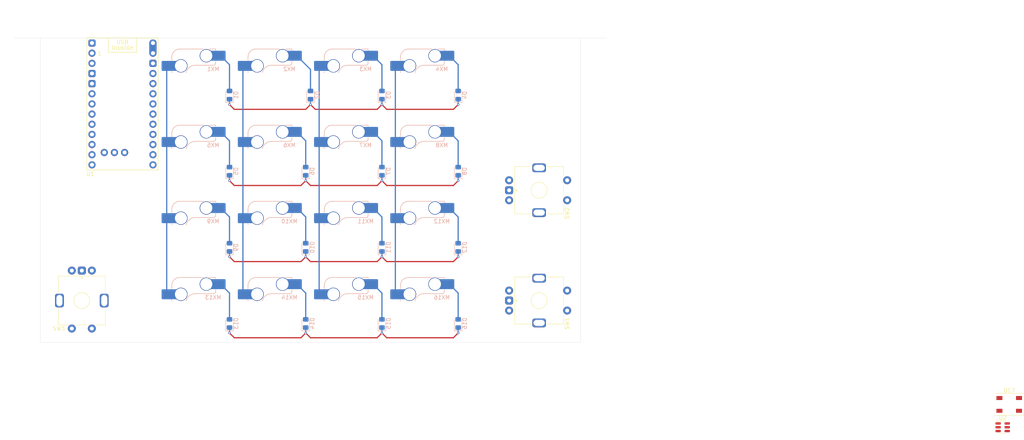
<source format=kicad_pcb>
(kicad_pcb (version 20240108) (generator "pcbnew") (generator_version "8.0")
  (layers (0 "F.Cu" signal) (31 "B.Cu" signal) (34 "B.Paste" user) (35 "F.Paste" user) (36 "B.SilkS" user "B.Silkscreen") (37 "F.SilkS" user "F.Silkscreen") (38 "B.Mask" user) (39 "F.Mask" user) (44 "Edge.Cuts" user))
  (net 0 "")
  (net 5 "Column0")
  (net 6 "Net-(D1-A)")
  (net 7 "Net-(D2-A)")
  (net 8 "Column1")
  (net 9 "Column2")
  (net 10 "Net-(D3-A)")
  (net 11 "Column3")
  (net 12 "Net-(D4-A)")
  (net 13 "Net-(D5-A)")
  (net 14 "Net-(D6-A)")
  (net 15 "Net-(D7-A)")
  (net 16 "Net-(D8-A)")
  (net 17 "Net-(D9-A)")
  (net 18 "Net-(D10-A)")
  (net 19 "Net-(D11-A)")
  (net 20 "Net-(D12-A)")
  (net 21 "Net-(D13-A)")
  (net 22 "Net-(D14-A)")
  (net 23 "Net-(D15-A)")
  (net 24 "Net-(D16-A)")
  (net 26 "GND")
  (net 29 "+3V3")
  (net 61 "Row0")
  (net 62 "Row1")
  (net 63 "Row2")
  (net 64 "Row3")
  (footprint "LED_SMD:LED_SK6812_PLCC4_5.0x5.0mm_P3.2mm" (layer "F.Cu") (at 305.604551 135.74375)
    (property "Reference" "D17" (at 0 -3.5 0) (layer "F.SilkS"))
    (property "Value" "SK6812")
    (pad "1" smd rect (at 2.45 1.6) (size 1.5 1) (layers "F.Cu" "F.Paste" "F.Mask"))
    (pad "2" smd rect (at 2.45 -1.6) (size 1.5 1) (layers "F.Cu" "F.Paste" "F.Mask"))
    (pad "3" smd rect (at -2.45 -1.6) (size 1.5 1) (layers "F.Cu" "F.Paste" "F.Mask"))
    (pad "4" smd rect (at -2.45 1.6) (size 1.5 1) (layers "F.Cu" "F.Paste" "F.Mask"))
  )
  (footprint "PCM_marbastlib-various:ROT_Alps_EC11E-Switch" (layer "F.Cu") (at 188.11875 82.153125 -90)
    (property "Reference" "SW2" (at 5.75 -7 90) (layer "F.SilkS"))
    (property "Value" "RotaryEncoder_Switch")
    (pad "A" thru_hole circle (at -2.5 7.5) (size 2 2) (drill 1) (layers "*.Cu" "B.Mask"))
    (pad "B" thru_hole circle (at 2.5 7.5) (size 2 2) (drill 1) (layers "*.Cu" "B.Mask"))
    (pad "C" thru_hole roundrect (at 0 7.5) (size 2 2) (drill 1) (layers "*.Cu" "B.Mask"))
    (pad "MP" thru_hole roundrect (at -5.6 0) (size 3.4 2.2) (drill oval 2.8 1.5) (layers "*.Cu" "B.Mask"))
    (pad "MP" thru_hole roundrect (at 5.6 0) (size 3.4 2.2) (drill oval 2.8 1.5) (layers "*.Cu" "B.Mask"))
    (pad "S1" thru_hole circle (at 2.5 -7) (size 2 2) (drill 1) (layers "*.Cu" "B.Mask"))
    (pad "S2" thru_hole circle (at -2.5 -7) (size 2 2) (drill 1) (layers "*.Cu" "B.Mask"))
  )
  (footprint "Package_TO_SOT_SMD:SOT-23-6" (layer "F.Cu") (at 303.969551 141.45375)
    (property "Reference" "U2" (at 0 -2.4 0) (layer "F.SilkS"))
    (property "Value" "TXS0101DBV")
    (pad "1" smd roundrect (at -1.1375 -0.95) (size 1.325 0.6) (layers "F.Cu" "F.Paste" "F.Mask"))
    (pad "2" smd roundrect (at -1.1375 0) (size 1.325 0.6) (layers "F.Cu" "F.Paste" "F.Mask") (net 26 "GND"))
    (pad "3" smd roundrect (at -1.1375 0.95) (size 1.325 0.6) (layers "F.Cu" "F.Paste" "F.Mask"))
    (pad "4" smd roundrect (at 1.1375 0.95) (size 1.325 0.6) (layers "F.Cu" "F.Paste" "F.Mask"))
    (pad "5" smd roundrect (at 1.1375 0) (size 1.325 0.6) (layers "F.Cu" "F.Paste" "F.Mask"))
    (pad "6" smd roundrect (at 1.1375 -0.95) (size 1.325 0.6) (layers "F.Cu" "F.Paste" "F.Mask"))
  )
  (footprint "PCM_marbastlib-xp-promicroish:SuperMini_nRF52840_AH_USBup" (layer "F.Cu") (at 83.97875 61.833125)
    (property "Reference" "U1" (at -9.14 16.24 0) (layer "F.SilkS") (effects (justify left)))
    (property "Value" "SuperMini nRF52840")
    (fp_text user "USB" (at 0 -16.2 0) (layer "F.SilkS") (effects (justify bottom)))
    (fp_text user "1" (at -5.715 -13.2825 0) (layer "F.SilkS") (effects (justify bottom)))
    (fp_text user "topside" (at 0 -14.8 0) (layer "F.SilkS") (effects (justify bottom)))
    (pad "1" thru_hole circle (at -7.62 -13.97) (size 1.8 1.8) (drill 1) (layers "*.Cu" "B.Mask"))
    (pad "2" thru_hole circle (at -7.62 -11.43) (size 1.8 1.8) (drill 1) (layers "*.Cu" "B.Mask"))
    (pad "3" thru_hole roundrect (at -7.62 -8.89) (size 1.8 1.8) (drill 1) (layers "*.Cu" "B.Mask") (net 26 "GND"))
    (pad "4" thru_hole roundrect (at -7.62 -6.35) (size 1.8 1.8) (drill 1) (layers "*.Cu" "B.Mask") (net 26 "GND"))
    (pad "5" thru_hole circle (at -7.62 -3.81) (size 1.8 1.8) (drill 1) (layers "*.Cu" "B.Mask"))
    (pad "6" thru_hole circle (at -7.62 -1.27) (size 1.8 1.8) (drill 1) (layers "*.Cu" "B.Mask"))
    (pad "7" thru_hole circle (at -7.62 1.27) (size 1.8 1.8) (drill 1) (layers "*.Cu" "B.Mask"))
    (pad "8" thru_hole circle (at -7.62 3.81) (size 1.8 1.8) (drill 1) (layers "*.Cu" "B.Mask"))
    (pad "9" thru_hole circle (at -7.62 6.35) (size 1.8 1.8) (drill 1) (layers "*.Cu" "B.Mask"))
    (pad "10" thru_hole circle (at -7.62 8.89) (size 1.8 1.8) (drill 1) (layers "*.Cu" "B.Mask"))
    (pad "11" thru_hole circle (at -7.62 11.43) (size 1.8 1.8) (drill 1) (layers "*.Cu" "B.Mask"))
    (pad "12" thru_hole circle (at -7.62 13.97) (size 1.8 1.8) (drill 1) (layers "*.Cu" "B.Mask"))
    (pad "13" thru_hole oval (at 7.62 -13.97) (size 1.8 4.34) (drill 1 (offset 0 -1.27)) (layers "*.Cu" "B.Mask"))
    (pad "14" thru_hole roundrect (at 7.62 -11.43) (size 1.8 1.8) (drill 1) (layers "*.Cu" "B.Mask") (net 26 "GND"))
    (pad "15" thru_hole circle (at 7.62 -8.89) (size 1.8 1.8) (drill 1) (layers "*.Cu" "B.Mask"))
    (pad "16" thru_hole circle (at 7.62 -6.35) (size 1.8 1.8) (drill 1) (layers "*.Cu" "B.Mask") (net 29 "+3V3"))
    (pad "17" thru_hole circle (at 7.62 -3.81) (size 1.8 1.8) (drill 1) (layers "*.Cu" "B.Mask"))
    (pad "18" thru_hole circle (at 7.62 -1.27) (size 1.8 1.8) (drill 1) (layers "*.Cu" "B.Mask"))
    (pad "19" thru_hole circle (at 7.62 1.27) (size 1.8 1.8) (drill 1) (layers "*.Cu" "B.Mask"))
    (pad "20" thru_hole circle (at 7.62 3.81) (size 1.8 1.8) (drill 1) (layers "*.Cu" "B.Mask"))
    (pad "21" thru_hole circle (at 7.62 6.35) (size 1.8 1.8) (drill 1) (layers "*.Cu" "B.Mask"))
    (pad "22" thru_hole circle (at 7.62 8.89) (size 1.8 1.8) (drill 1) (layers "*.Cu" "B.Mask"))
    (pad "23" thru_hole circle (at 7.62 11.43) (size 1.8 1.8) (drill 1) (layers "*.Cu" "B.Mask"))
    (pad "24" thru_hole circle (at 7.62 13.97) (size 1.8 1.8) (drill 1) (layers "*.Cu" "B.Mask"))
    (pad "25" thru_hole circle (at -4.5466 10.87628) (size 1.8 1.8) (drill 1) (layers "*.Cu" "B.Mask"))
    (pad "26" thru_hole circle (at -2.0066 10.87628) (size 1.8 1.8) (drill 1) (layers "*.Cu" "B.Mask"))
    (pad "27" thru_hole circle (at 0.5334 10.87628) (size 1.8 1.8) (drill 1) (layers "*.Cu" "B.Mask"))
    (pad "28" thru_hole roundrect (at -7.62 -16.51) (size 1.8 1.8) (drill 1) (layers "*.Cu" "B.Mask") (net 26 "GND"))
    (pad "29" thru_hole circle (at 7.62 -16.51) (size 1.8 1.8) (drill 1) (layers "*.Cu" "B.Mask"))
  )
  (footprint "PCM_marbastlib-various:ROT_Alps_EC11E-Switch" (layer "F.Cu") (at 73.81875 109.753125 180)
    (property "Reference" "SW3" (at 5.75 -7 360) (layer "F.SilkS"))
    (property "Value" "RotaryEncoder_Switch")
    (pad "A" thru_hole circle (at -2.5 7.5 270) (size 2 2) (drill 1) (layers "*.Cu" "B.Mask"))
    (pad "B" thru_hole circle (at 2.5 7.5 270) (size 2 2) (drill 1) (layers "*.Cu" "B.Mask"))
    (pad "C" thru_hole roundrect (at 0 7.5 270) (size 2 2) (drill 1) (layers "*.Cu" "B.Mask"))
    (pad "MP" thru_hole roundrect (at -5.6 0 270) (size 3.4 2.2) (drill oval 2.8 1.5) (layers "*.Cu" "B.Mask"))
    (pad "MP" thru_hole roundrect (at 5.6 0 270) (size 3.4 2.2) (drill oval 2.8 1.5) (layers "*.Cu" "B.Mask"))
    (pad "S1" thru_hole circle (at 2.5 -7 270) (size 2 2) (drill 1) (layers "*.Cu" "B.Mask"))
    (pad "S2" thru_hole circle (at -2.5 -7 270) (size 2 2) (drill 1) (layers "*.Cu" "B.Mask"))
  )
  (footprint "PCM_marbastlib-various:ROT_Alps_EC11E-Switch" (layer "F.Cu") (at 188.11875 109.753125 -90)
    (property "Reference" "SW1" (at 5.75 -7 90) (layer "F.SilkS"))
    (property "Value" "RotaryEncoder_Switch")
    (pad "A" thru_hole circle (at -2.5 7.5) (size 2 2) (drill 1) (layers "*.Cu" "B.Mask"))
    (pad "B" thru_hole circle (at 2.5 7.5) (size 2 2) (drill 1) (layers "*.Cu" "B.Mask"))
    (pad "C" thru_hole roundrect (at 0 7.5) (size 2 2) (drill 1) (layers "*.Cu" "B.Mask"))
    (pad "MP" thru_hole roundrect (at -5.6 0) (size 3.4 2.2) (drill oval 2.8 1.5) (layers "*.Cu" "B.Mask"))
    (pad "MP" thru_hole roundrect (at 5.6 0) (size 3.4 2.2) (drill oval 2.8 1.5) (layers "*.Cu" "B.Mask"))
    (pad "S1" thru_hole circle (at 2.5 -7) (size 2 2) (drill 1) (layers "*.Cu" "B.Mask"))
    (pad "S2" thru_hole circle (at -2.5 -7) (size 2 2) (drill 1) (layers "*.Cu" "B.Mask"))
  )
  (footprint "PCM_marbastlib-mx:SW_MX_HS_CPG151101S11_1u" (layer "B.Cu") (at 140.49375 110.728125 180)
    (property "Reference" "MX15" (at -4.25 1.75 0) (layer "B.SilkS") (effects (justify mirror)))
    (property "Value" "MX_SW_HS")
    (pad "" np_thru_hole circle (at -5.08 0 180) (size 1.75 1.75) (drill 1.75) (layers "*.Cu" "*.Mask"))
    (pad "" np_thru_hole circle (at 0 0 180) (size 3.9878 3.9878) (drill 3.9878) (layers "*.Cu" "*.Mask"))
    (pad "" np_thru_hole circle (at 5.08 0 180) (size 1.75 1.75) (drill 1.75) (layers "*.Cu" "*.Mask"))
    (pad "1" thru_hole circle (at 3.81 2.54 180) (size 3.3 3.3) (drill 3) (layers "*.Cu" "*.Mask") (net 9 "Column2"))
    (pad "1" smd rect (at 5.635 2.54) (size 1.65 2.5) (layers "B.Cu") (net 9 "Column2"))
    (pad "1" smd roundrect (at 7.36 2.54 180) (size 2.55 2.5) (layers "B.Cu" "B.Paste" "B.Mask") (roundrect_rratio 0.1) (net 9 "Column2"))
    (pad "2" smd roundrect (at -6.09 5.08 180) (size 2.55 2.5) (layers "B.Cu" "B.Paste" "B.Mask") (roundrect_rratio 0.1) (net 23 "Net-(D15-A)"))
    (pad "2" smd rect (at -4.34 5.08 180) (size 1.65 2.5) (layers "B.Cu") (net 23 "Net-(D15-A)"))
    (pad "2" thru_hole circle (at -2.54 5.08 180) (size 3.3 3.3) (drill 3) (layers "*.Cu" "*.Mask") (net 23 "Net-(D15-A)"))
  )
  (footprint "PCM_marbastlib-mx:SW_MX_HS_CPG151101S11_1u" (layer "B.Cu") (at 159.54375 91.678125 180)
    (property "Reference" "MX12" (at -4.25 1.75 0) (layer "B.SilkS") (effects (justify mirror)))
    (property "Value" "MX_SW_HS")
    (pad "" np_thru_hole circle (at -5.08 0 180) (size 1.75 1.75) (drill 1.75) (layers "*.Cu" "*.Mask"))
    (pad "" np_thru_hole circle (at 0 0 180) (size 3.9878 3.9878) (drill 3.9878) (layers "*.Cu" "*.Mask"))
    (pad "" np_thru_hole circle (at 5.08 0 180) (size 1.75 1.75) (drill 1.75) (layers "*.Cu" "*.Mask"))
    (pad "1" thru_hole circle (at 3.81 2.54 180) (size 3.3 3.3) (drill 3) (layers "*.Cu" "*.Mask") (net 11 "Column3"))
    (pad "1" smd rect (at 5.635 2.54) (size 1.65 2.5) (layers "B.Cu") (net 11 "Column3"))
    (pad "1" smd roundrect (at 7.36 2.54 180) (size 2.55 2.5) (layers "B.Cu" "B.Paste" "B.Mask") (roundrect_rratio 0.1) (net 11 "Column3"))
    (pad "2" smd roundrect (at -6.09 5.08 180) (size 2.55 2.5) (layers "B.Cu" "B.Paste" "B.Mask") (roundrect_rratio 0.1) (net 20 "Net-(D12-A)"))
    (pad "2" smd rect (at -4.34 5.08 180) (size 1.65 2.5) (layers "B.Cu") (net 20 "Net-(D12-A)"))
    (pad "2" thru_hole circle (at -2.54 5.08 180) (size 3.3 3.3) (drill 3) (layers "*.Cu" "*.Mask") (net 20 "Net-(D12-A)"))
  )
  (footprint "Diode_SMD:D_0805_2012Metric_Pad1.15x1.40mm_HandSolder" (layer "B.Cu") (at 129.778125 115.490625 90)
    (property "Reference" "D14" (at 0 1.65 90) (layer "B.SilkS") (effects (justify mirror)))
    (property "Value" "D_Small")
    (pad "1" smd roundrect (at -1.025 0 90) (size 1.15 1.4) (layers "B.Cu" "B.Paste" "B.Mask") (roundrect_rratio 0.217391) (net 64 "Row3"))
    (pad "2" smd roundrect (at 1.025 0 90) (size 1.15 1.4) (layers "B.Cu" "B.Paste" "B.Mask") (roundrect_rratio 0.217391) (net 22 "Net-(D14-A)"))
  )
  (footprint "PCM_marbastlib-mx:SW_MX_HS_CPG151101S11_1u" (layer "B.Cu") (at 121.44375 72.628125 180)
    (property "Reference" "MX6" (at -4.25 1.75 0) (layer "B.SilkS") (effects (justify mirror)))
    (property "Value" "MX_SW_HS")
    (pad "" np_thru_hole circle (at -5.08 0 180) (size 1.75 1.75) (drill 1.75) (layers "*.Cu" "*.Mask"))
    (pad "" np_thru_hole circle (at 0 0 180) (size 3.9878 3.9878) (drill 3.9878) (layers "*.Cu" "*.Mask"))
    (pad "" np_thru_hole circle (at 5.08 0 180) (size 1.75 1.75) (drill 1.75) (layers "*.Cu" "*.Mask"))
    (pad "1" thru_hole circle (at 3.81 2.54 180) (size 3.3 3.3) (drill 3) (layers "*.Cu" "*.Mask") (net 8 "Column1"))
    (pad "1" smd rect (at 5.635 2.54) (size 1.65 2.5) (layers "B.Cu") (net 8 "Column1"))
    (pad "1" smd roundrect (at 7.36 2.54 180) (size 2.55 2.5) (layers "B.Cu" "B.Paste" "B.Mask") (roundrect_rratio 0.1) (net 8 "Column1"))
    (pad "2" smd roundrect (at -6.09 5.08 180) (size 2.55 2.5) (layers "B.Cu" "B.Paste" "B.Mask") (roundrect_rratio 0.1) (net 14 "Net-(D6-A)"))
    (pad "2" smd rect (at -4.34 5.08 180) (size 1.65 2.5) (layers "B.Cu") (net 14 "Net-(D6-A)"))
    (pad "2" thru_hole circle (at -2.54 5.08 180) (size 3.3 3.3) (drill 3) (layers "*.Cu" "*.Mask") (net 14 "Net-(D6-A)"))
  )
  (footprint "PCM_marbastlib-mx:SW_MX_HS_CPG151101S11_1u" (layer "B.Cu") (at 140.49375 53.578125 180)
    (property "Reference" "MX3" (at -4.25 1.75 0) (layer "B.SilkS") (effects (justify mirror)))
    (property "Value" "MX_SW_HS")
    (pad "" np_thru_hole circle (at -5.08 0 180) (size 1.75 1.75) (drill 1.75) (layers "*.Cu" "*.Mask"))
    (pad "" np_thru_hole circle (at 0 0 180) (size 3.9878 3.9878) (drill 3.9878) (layers "*.Cu" "*.Mask"))
    (pad "" np_thru_hole circle (at 5.08 0 180) (size 1.75 1.75) (drill 1.75) (layers "*.Cu" "*.Mask"))
    (pad "1" thru_hole circle (at 3.81 2.54 180) (size 3.3 3.3) (drill 3) (layers "*.Cu" "*.Mask") (net 9 "Column2"))
    (pad "1" smd rect (at 5.635 2.54) (size 1.65 2.5) (layers "B.Cu") (net 9 "Column2"))
    (pad "1" smd roundrect (at 7.36 2.54 180) (size 2.55 2.5) (layers "B.Cu" "B.Paste" "B.Mask") (roundrect_rratio 0.1) (net 9 "Column2"))
    (pad "2" smd roundrect (at -6.09 5.08 180) (size 2.55 2.5) (layers "B.Cu" "B.Paste" "B.Mask") (roundrect_rratio 0.1) (net 10 "Net-(D3-A)"))
    (pad "2" smd rect (at -4.34 5.08 180) (size 1.65 2.5) (layers "B.Cu") (net 10 "Net-(D3-A)"))
    (pad "2" thru_hole circle (at -2.54 5.08 180) (size 3.3 3.3) (drill 3) (layers "*.Cu" "*.Mask") (net 10 "Net-(D3-A)"))
  )
  (footprint "Diode_SMD:D_0805_2012Metric_Pad1.15x1.40mm_HandSolder" (layer "B.Cu") (at 167.878125 115.490625 90)
    (property "Reference" "D16" (at 0 1.65 90) (layer "B.SilkS") (effects (justify mirror)))
    (property "Value" "D_Small")
    (pad "1" smd roundrect (at -1.025 0 90) (size 1.15 1.4) (layers "B.Cu" "B.Paste" "B.Mask") (roundrect_rratio 0.217391) (net 64 "Row3"))
    (pad "2" smd roundrect (at 1.025 0 90) (size 1.15 1.4) (layers "B.Cu" "B.Paste" "B.Mask") (roundrect_rratio 0.217391) (net 24 "Net-(D16-A)"))
  )
  (footprint "Diode_SMD:D_0805_2012Metric_Pad1.15x1.40mm_HandSolder" (layer "B.Cu") (at 167.878125 77.390625 90)
    (property "Reference" "D8" (at 0 1.65 90) (layer "B.SilkS") (effects (justify mirror)))
    (property "Value" "D_Small")
    (pad "1" smd roundrect (at -1.025 0 90) (size 1.15 1.4) (layers "B.Cu" "B.Paste" "B.Mask") (roundrect_rratio 0.217391) (net 62 "Row1"))
    (pad "2" smd roundrect (at 1.025 0 90) (size 1.15 1.4) (layers "B.Cu" "B.Paste" "B.Mask") (roundrect_rratio 0.217391) (net 16 "Net-(D8-A)"))
  )
  (footprint "Diode_SMD:D_0805_2012Metric_Pad1.15x1.40mm_HandSolder" (layer "B.Cu") (at 129.778125 96.440625 90)
    (property "Reference" "D10" (at 0 1.65 90) (layer "B.SilkS") (effects (justify mirror)))
    (property "Value" "D_Small")
    (pad "1" smd roundrect (at -1.025 0 90) (size 1.15 1.4) (layers "B.Cu" "B.Paste" "B.Mask") (roundrect_rratio 0.217391) (net 63 "Row2"))
    (pad "2" smd roundrect (at 1.025 0 90) (size 1.15 1.4) (layers "B.Cu" "B.Paste" "B.Mask") (roundrect_rratio 0.217391) (net 18 "Net-(D10-A)"))
  )
  (footprint "Diode_SMD:D_0805_2012Metric_Pad1.15x1.40mm_HandSolder" (layer "B.Cu") (at 130.96875 58.340625 90)
    (property "Reference" "D2" (at 0 1.65 90) (layer "B.SilkS") (effects (justify mirror)))
    (property "Value" "D_Small")
    (pad "1" smd roundrect (at -1.025 0 90) (size 1.15 1.4) (layers "B.Cu" "B.Paste" "B.Mask") (roundrect_rratio 0.217391) (net 61 "Row0"))
    (pad "2" smd roundrect (at 1.025 0 90) (size 1.15 1.4) (layers "B.Cu" "B.Paste" "B.Mask") (roundrect_rratio 0.217391) (net 7 "Net-(D2-A)"))
  )
  (footprint "Diode_SMD:D_0805_2012Metric_Pad1.15x1.40mm_HandSolder" (layer "B.Cu") (at 110.728125 115.490625 90)
    (property "Reference" "D13" (at 0 1.65 90) (layer "B.SilkS") (effects (justify mirror)))
    (property "Value" "D_Small")
    (pad "1" smd roundrect (at -1.025 0 90) (size 1.15 1.4) (layers "B.Cu" "B.Paste" "B.Mask") (roundrect_rratio 0.217391) (net 64 "Row3"))
    (pad "2" smd roundrect (at 1.025 0 90) (size 1.15 1.4) (layers "B.Cu" "B.Paste" "B.Mask") (roundrect_rratio 0.217391) (net 21 "Net-(D13-A)"))
  )
  (footprint "Diode_SMD:D_0805_2012Metric_Pad1.15x1.40mm_HandSolder" (layer "B.Cu") (at 148.828125 58.340625 90)
    (property "Reference" "D3" (at 0 1.65 90) (layer "B.SilkS") (effects (justify mirror)))
    (property "Value" "D_Small")
    (pad "1" smd roundrect (at -1.025 0 90) (size 1.15 1.4) (layers "B.Cu" "B.Paste" "B.Mask") (roundrect_rratio 0.217391) (net 61 "Row0"))
    (pad "2" smd roundrect (at 1.025 0 90) (size 1.15 1.4) (layers "B.Cu" "B.Paste" "B.Mask") (roundrect_rratio 0.217391) (net 10 "Net-(D3-A)"))
  )
  (footprint "PCM_marbastlib-mx:SW_MX_HS_CPG151101S11_1u" (layer "B.Cu") (at 159.54375 53.578125 180)
    (property "Reference" "MX4" (at -4.25 1.75 0) (layer "B.SilkS") (effects (justify mirror)))
    (property "Value" "MX_SW_HS")
    (pad "" np_thru_hole circle (at -5.08 0 180) (size 1.75 1.75) (drill 1.75) (layers "*.Cu" "*.Mask"))
    (pad "" np_thru_hole circle (at 0 0 180) (size 3.9878 3.9878) (drill 3.9878) (layers "*.Cu" "*.Mask"))
    (pad "" np_thru_hole circle (at 5.08 0 180) (size 1.75 1.75) (drill 1.75) (layers "*.Cu" "*.Mask"))
    (pad "1" thru_hole circle (at 3.81 2.54 180) (size 3.3 3.3) (drill 3) (layers "*.Cu" "*.Mask") (net 11 "Column3"))
    (pad "1" smd rect (at 5.635 2.54) (size 1.65 2.5) (layers "B.Cu") (net 11 "Column3"))
    (pad "1" smd roundrect (at 7.36 2.54 180) (size 2.55 2.5) (layers "B.Cu" "B.Paste" "B.Mask") (roundrect_rratio 0.1) (net 11 "Column3"))
    (pad "2" smd roundrect (at -6.09 5.08 180) (size 2.55 2.5) (layers "B.Cu" "B.Paste" "B.Mask") (roundrect_rratio 0.1) (net 12 "Net-(D4-A)"))
    (pad "2" smd rect (at -4.34 5.08 180) (size 1.65 2.5) (layers "B.Cu") (net 12 "Net-(D4-A)"))
    (pad "2" thru_hole circle (at -2.54 5.08 180) (size 3.3 3.3) (drill 3) (layers "*.Cu" "*.Mask") (net 12 "Net-(D4-A)"))
  )
  (footprint "PCM_marbastlib-mx:SW_MX_HS_CPG151101S11_1u" (layer "B.Cu") (at 140.49375 72.628125 180)
    (property "Reference" "MX7" (at -4.25 1.75 0) (layer "B.SilkS") (effects (justify mirror)))
    (property "Value" "MX_SW_HS")
    (pad "" np_thru_hole circle (at -5.08 0 180) (size 1.75 1.75) (drill 1.75) (layers "*.Cu" "*.Mask"))
    (pad "" np_thru_hole circle (at 0 0 180) (size 3.9878 3.9878) (drill 3.9878) (layers "*.Cu" "*.Mask"))
    (pad "" np_thru_hole circle (at 5.08 0 180) (size 1.75 1.75) (drill 1.75) (layers "*.Cu" "*.Mask"))
    (pad "1" thru_hole circle (at 3.81 2.54 180) (size 3.3 3.3) (drill 3) (layers "*.Cu" "*.Mask") (net 9 "Column2"))
    (pad "1" smd rect (at 5.635 2.54) (size 1.65 2.5) (layers "B.Cu") (net 9 "Column2"))
    (pad "1" smd roundrect (at 7.36 2.54 180) (size 2.55 2.5) (layers "B.Cu" "B.Paste" "B.Mask") (roundrect_rratio 0.1) (net 9 "Column2"))
    (pad "2" smd roundrect (at -6.09 5.08 180) (size 2.55 2.5) (layers "B.Cu" "B.Paste" "B.Mask") (roundrect_rratio 0.1) (net 15 "Net-(D7-A)"))
    (pad "2" smd rect (at -4.34 5.08 180) (size 1.65 2.5) (layers "B.Cu") (net 15 "Net-(D7-A)"))
    (pad "2" thru_hole circle (at -2.54 5.08 180) (size 3.3 3.3) (drill 3) (layers "*.Cu" "*.Mask") (net 15 "Net-(D7-A)"))
  )
  (footprint "PCM_marbastlib-mx:SW_MX_HS_CPG151101S11_1u" (layer "B.Cu") (at 102.39375 91.678125 180)
    (property "Reference" "MX9" (at -4.25 1.75 0) (layer "B.SilkS") (effects (justify mirror)))
    (property "Value" "MX_SW_HS")
    (pad "" np_thru_hole circle (at -5.08 0 180) (size 1.75 1.75) (drill 1.75) (layers "*.Cu" "*.Mask"))
    (pad "" np_thru_hole circle (at 0 0 180) (size 3.9878 3.9878) (drill 3.9878) (layers "*.Cu" "*.Mask"))
    (pad "" np_thru_hole circle (at 5.08 0 180) (size 1.75 1.75) (drill 1.75) (layers "*.Cu" "*.Mask"))
    (pad "1" thru_hole circle (at 3.81 2.54 180) (size 3.3 3.3) (drill 3) (layers "*.Cu" "*.Mask") (net 5 "Column0"))
    (pad "1" smd rect (at 5.635 2.54) (size 1.65 2.5) (layers "B.Cu") (net 5 "Column0"))
    (pad "1" smd roundrect (at 7.36 2.54 180) (size 2.55 2.5) (layers "B.Cu" "B.Paste" "B.Mask") (roundrect_rratio 0.1) (net 5 "Column0"))
    (pad "2" smd roundrect (at -6.09 5.08 180) (size 2.55 2.5) (layers "B.Cu" "B.Paste" "B.Mask") (roundrect_rratio 0.1) (net 17 "Net-(D9-A)"))
    (pad "2" smd rect (at -4.34 5.08 180) (size 1.65 2.5) (layers "B.Cu") (net 17 "Net-(D9-A)"))
    (pad "2" thru_hole circle (at -2.54 5.08 180) (size 3.3 3.3) (drill 3) (layers "*.Cu" "*.Mask") (net 17 "Net-(D9-A)"))
  )
  (footprint "PCM_marbastlib-mx:SW_MX_HS_CPG151101S11_1u" (layer "B.Cu") (at 102.39375 72.628125 180)
    (property "Reference" "MX5" (at -4.25 1.75 0) (layer "B.SilkS") (effects (justify mirror)))
    (property "Value" "MX_SW_HS")
    (pad "" np_thru_hole circle (at -5.08 0 180) (size 1.75 1.75) (drill 1.75) (layers "*.Cu" "*.Mask"))
    (pad "" np_thru_hole circle (at 0 0 180) (size 3.9878 3.9878) (drill 3.9878) (layers "*.Cu" "*.Mask"))
    (pad "" np_thru_hole circle (at 5.08 0 180) (size 1.75 1.75) (drill 1.75) (layers "*.Cu" "*.Mask"))
    (pad "1" thru_hole circle (at 3.81 2.54 180) (size 3.3 3.3) (drill 3) (layers "*.Cu" "*.Mask") (net 5 "Column0"))
    (pad "1" smd rect (at 5.635 2.54) (size 1.65 2.5) (layers "B.Cu") (net 5 "Column0"))
    (pad "1" smd roundrect (at 7.36 2.54 180) (size 2.55 2.5) (layers "B.Cu" "B.Paste" "B.Mask") (roundrect_rratio 0.1) (net 5 "Column0"))
    (pad "2" smd roundrect (at -6.09 5.08 180) (size 2.55 2.5) (layers "B.Cu" "B.Paste" "B.Mask") (roundrect_rratio 0.1) (net 13 "Net-(D5-A)"))
    (pad "2" smd rect (at -4.34 5.08 180) (size 1.65 2.5) (layers "B.Cu") (net 13 "Net-(D5-A)"))
    (pad "2" thru_hole circle (at -2.54 5.08 180) (size 3.3 3.3) (drill 3) (layers "*.Cu" "*.Mask") (net 13 "Net-(D5-A)"))
  )
  (footprint "PCM_marbastlib-mx:SW_MX_HS_CPG151101S11_1u" (layer "B.Cu") (at 102.39375 53.578125 180)
    (property "Reference" "MX1" (at -4.25 1.75 0) (layer "B.SilkS") (effects (justify mirror)))
    (property "Value" "MX_SW_HS")
    (pad "" np_thru_hole circle (at -5.08 0 180) (size 1.75 1.75) (drill 1.75) (layers "*.Cu" "*.Mask"))
    (pad "" np_thru_hole circle (at 0 0 180) (size 3.9878 3.9878) (drill 3.9878) (layers "*.Cu" "*.Mask"))
    (pad "" np_thru_hole circle (at 5.08 0 180) (size 1.75 1.75) (drill 1.75) (layers "*.Cu" "*.Mask"))
    (pad "1" thru_hole circle (at 3.81 2.54 180) (size 3.3 3.3) (drill 3) (layers "*.Cu" "*.Mask") (net 5 "Column0"))
    (pad "1" smd rect (at 5.635 2.54) (size 1.65 2.5) (layers "B.Cu") (net 5 "Column0"))
    (pad "1" smd roundrect (at 7.36 2.54 180) (size 2.55 2.5) (layers "B.Cu" "B.Paste" "B.Mask") (roundrect_rratio 0.1) (net 5 "Column0"))
    (pad "2" smd roundrect (at -6.09 5.08 180) (size 2.55 2.5) (layers "B.Cu" "B.Paste" "B.Mask") (roundrect_rratio 0.1) (net 6 "Net-(D1-A)"))
    (pad "2" smd rect (at -4.34 5.08 180) (size 1.65 2.5) (layers "B.Cu") (net 6 "Net-(D1-A)"))
    (pad "2" thru_hole circle (at -2.54 5.08 180) (size 3.3 3.3) (drill 3) (layers "*.Cu" "*.Mask") (net 6 "Net-(D1-A)"))
  )
  (footprint "Diode_SMD:D_0805_2012Metric_Pad1.15x1.40mm_HandSolder" (layer "B.Cu") (at 148.828125 77.390625 90)
    (property "Reference" "D7" (at 0 1.65 90) (layer "B.SilkS") (effects (justify mirror)))
    (property "Value" "D_Small")
    (pad "1" smd roundrect (at -1.025 0 90) (size 1.15 1.4) (layers "B.Cu" "B.Paste" "B.Mask") (roundrect_rratio 0.217391) (net 62 "Row1"))
    (pad "2" smd roundrect (at 1.025 0 90) (size 1.15 1.4) (layers "B.Cu" "B.Paste" "B.Mask") (roundrect_rratio 0.217391) (net 15 "Net-(D7-A)"))
  )
  (footprint "Diode_SMD:D_0805_2012Metric_Pad1.15x1.40mm_HandSolder" (layer "B.Cu") (at 110.728125 58.340625 90)
    (property "Reference" "D1" (at 0 1.65 90) (layer "B.SilkS") (effects (justify mirror)))
    (property "Value" "D_Small")
    (pad "1" smd roundrect (at -1.025 0 90) (size 1.15 1.4) (layers "B.Cu" "B.Paste" "B.Mask") (roundrect_rratio 0.217391) (net 61 "Row0"))
    (pad "2" smd roundrect (at 1.025 0 90) (size 1.15 1.4) (layers "B.Cu" "B.Paste" "B.Mask") (roundrect_rratio 0.217391) (net 6 "Net-(D1-A)"))
  )
  (footprint "Diode_SMD:D_0805_2012Metric_Pad1.15x1.40mm_HandSolder" (layer "B.Cu") (at 129.778125 77.390625 90)
    (property "Reference" "D6" (at 0 1.65 90) (layer "B.SilkS") (effects (justify mirror)))
    (property "Value" "D_Small")
    (pad "1" smd roundrect (at -1.025 0 90) (size 1.15 1.4) (layers "B.Cu" "B.Paste" "B.Mask") (roundrect_rratio 0.217391) (net 62 "Row1"))
    (pad "2" smd roundrect (at 1.025 0 90) (size 1.15 1.4) (layers "B.Cu" "B.Paste" "B.Mask") (roundrect_rratio 0.217391) (net 14 "Net-(D6-A)"))
  )
  (footprint "PCM_marbastlib-mx:SW_MX_HS_CPG151101S11_1u" (layer "B.Cu") (at 121.44375 91.678125 180)
    (property "Reference" "MX10" (at -4.25 1.75 0) (layer "B.SilkS") (effects (justify mirror)))
    (property "Value" "MX_SW_HS")
    (pad "" np_thru_hole circle (at -5.08 0 180) (size 1.75 1.75) (drill 1.75) (layers "*.Cu" "*.Mask"))
    (pad "" np_thru_hole circle (at 0 0 180) (size 3.9878 3.9878) (drill 3.9878) (layers "*.Cu" "*.Mask"))
    (pad "" np_thru_hole circle (at 5.08 0 180) (size 1.75 1.75) (drill 1.75) (layers "*.Cu" "*.Mask"))
    (pad "1" thru_hole circle (at 3.81 2.54 180) (size 3.3 3.3) (drill 3) (layers "*.Cu" "*.Mask") (net 8 "Column1"))
    (pad "1" smd rect (at 5.635 2.54) (size 1.65 2.5) (layers "B.Cu") (net 8 "Column1"))
    (pad "1" smd roundrect (at 7.36 2.54 180) (size 2.55 2.5) (layers "B.Cu" "B.Paste" "B.Mask") (roundrect_rratio 0.1) (net 8 "Column1"))
    (pad "2" smd roundrect (at -6.09 5.08 180) (size 2.55 2.5) (layers "B.Cu" "B.Paste" "B.Mask") (roundrect_rratio 0.1) (net 18 "Net-(D10-A)"))
    (pad "2" smd rect (at -4.34 5.08 180) (size 1.65 2.5) (layers "B.Cu") (net 18 "Net-(D10-A)"))
    (pad "2" thru_hole circle (at -2.54 5.08 180) (size 3.3 3.3) (drill 3) (layers "*.Cu" "*.Mask") (net 18 "Net-(D10-A)"))
  )
  (footprint "PCM_marbastlib-mx:SW_MX_HS_CPG151101S11_1u" (layer "B.Cu") (at 159.54375 110.728125 180)
    (property "Reference" "MX16" (at -4.25 1.75 0) (layer "B.SilkS") (effects (justify mirror)))
    (property "Value" "MX_SW_HS")
    (pad "" np_thru_hole circle (at -5.08 0 180) (size 1.75 1.75) (drill 1.75) (layers "*.Cu" "*.Mask"))
    (pad "" np_thru_hole circle (at 0 0 180) (size 3.9878 3.9878) (drill 3.9878) (layers "*.Cu" "*.Mask"))
    (pad "" np_thru_hole circle (at 5.08 0 180) (size 1.75 1.75) (drill 1.75) (layers "*.Cu" "*.Mask"))
    (pad "1" thru_hole circle (at 3.81 2.54 180) (size 3.3 3.3) (drill 3) (layers "*.Cu" "*.Mask") (net 11 "Column3"))
    (pad "1" smd rect (at 5.635 2.54) (size 1.65 2.5) (layers "B.Cu") (net 11 "Column3"))
    (pad "1" smd roundrect (at 7.36 2.54 180) (size 2.55 2.5) (layers "B.Cu" "B.Paste" "B.Mask") (roundrect_rratio 0.1) (net 11 "Column3"))
    (pad "2" smd roundrect (at -6.09 5.08 180) (size 2.55 2.5) (layers "B.Cu" "B.Paste" "B.Mask") (roundrect_rratio 0.1) (net 24 "Net-(D16-A)"))
    (pad "2" smd rect (at -4.34 5.08 180) (size 1.65 2.5) (layers "B.Cu") (net 24 "Net-(D16-A)"))
    (pad "2" thru_hole circle (at -2.54 5.08 180) (size 3.3 3.3) (drill 3) (layers "*.Cu" "*.Mask") (net 24 "Net-(D16-A)"))
  )
  (footprint "Diode_SMD:D_0805_2012Metric_Pad1.15x1.40mm_HandSolder" (layer "B.Cu") (at 167.878125 96.440625 90)
    (property "Reference" "D12" (at 0 1.65 90) (layer "B.SilkS") (effects (justify mirror)))
    (property "Value" "D_Small")
    (pad "1" smd roundrect (at -1.025 0 90) (size 1.15 1.4) (layers "B.Cu" "B.Paste" "B.Mask") (roundrect_rratio 0.217391) (net 63 "Row2"))
    (pad "2" smd roundrect (at 1.025 0 90) (size 1.15 1.4) (layers "B.Cu" "B.Paste" "B.Mask") (roundrect_rratio 0.217391) (net 20 "Net-(D12-A)"))
  )
  (footprint "Diode_SMD:D_0805_2012Metric_Pad1.15x1.40mm_HandSolder" (layer "B.Cu") (at 110.728125 96.440625 90)
    (property "Reference" "D9" (at 0 1.65 90) (layer "B.SilkS") (effects (justify mirror)))
    (property "Value" "D_Small")
    (pad "1" smd roundrect (at -1.025 0 90) (size 1.15 1.4) (layers "B.Cu" "B.Paste" "B.Mask") (roundrect_rratio 0.217391) (net 63 "Row2"))
    (pad "2" smd roundrect (at 1.025 0 90) (size 1.15 1.4) (layers "B.Cu" "B.Paste" "B.Mask") (roundrect_rratio 0.217391) (net 17 "Net-(D9-A)"))
  )
  (footprint "PCM_marbastlib-mx:SW_MX_HS_CPG151101S11_1u" (layer "B.Cu") (at 121.44375 53.578125 180)
    (property "Reference" "MX2" (at -4.25 1.75 0) (layer "B.SilkS") (effects (justify mirror)))
    (property "Value" "MX_SW_HS")
    (pad "" np_thru_hole circle (at -5.08 0 180) (size 1.75 1.75) (drill 1.75) (layers "*.Cu" "*.Mask"))
    (pad "" np_thru_hole circle (at 0 0 180) (size 3.9878 3.9878) (drill 3.9878) (layers "*.Cu" "*.Mask"))
    (pad "" np_thru_hole circle (at 5.08 0 180) (size 1.75 1.75) (drill 1.75) (layers "*.Cu" "*.Mask"))
    (pad "1" thru_hole circle (at 3.81 2.54 180) (size 3.3 3.3) (drill 3) (layers "*.Cu" "*.Mask") (net 8 "Column1"))
    (pad "1" smd rect (at 5.635 2.54) (size 1.65 2.5) (layers "B.Cu") (net 8 "Column1"))
    (pad "1" smd roundrect (at 7.36 2.54 180) (size 2.55 2.5) (layers "B.Cu" "B.Paste" "B.Mask") (roundrect_rratio 0.1) (net 8 "Column1"))
    (pad "2" smd roundrect (at -6.09 5.08 180) (size 2.55 2.5) (layers "B.Cu" "B.Paste" "B.Mask") (roundrect_rratio 0.1) (net 7 "Net-(D2-A)"))
    (pad "2" smd rect (at -4.34 5.08 180) (size 1.65 2.5) (layers "B.Cu") (net 7 "Net-(D2-A)"))
    (pad "2" thru_hole circle (at -2.54 5.08 180) (size 3.3 3.3) (drill 3) (layers "*.Cu" "*.Mask") (net 7 "Net-(D2-A)"))
  )
  (footprint "PCM_marbastlib-mx:SW_MX_HS_CPG151101S11_1u" (layer "B.Cu") (at 140.49375 91.678125 180)
    (property "Reference" "MX11" (at -4.25 1.75 0) (layer "B.SilkS") (effects (justify mirror)))
    (property "Value" "MX_SW_HS")
    (pad "" np_thru_hole circle (at -5.08 0 180) (size 1.75 1.75) (drill 1.75) (layers "*.Cu" "*.Mask"))
    (pad "" np_thru_hole circle (at 0 0 180) (size 3.9878 3.9878) (drill 3.9878) (layers "*.Cu" "*.Mask"))
    (pad "" np_thru_hole circle (at 5.08 0 180) (size 1.75 1.75) (drill 1.75) (layers "*.Cu" "*.Mask"))
    (pad "1" thru_hole circle (at 3.81 2.54 180) (size 3.3 3.3) (drill 3) (layers "*.Cu" "*.Mask") (net 9 "Column2"))
    (pad "1" smd rect (at 5.635 2.54) (size 1.65 2.5) (layers "B.Cu") (net 9 "Column2"))
    (pad "1" smd roundrect (at 7.36 2.54 180) (size 2.55 2.5) (layers "B.Cu" "B.Paste" "B.Mask") (roundrect_rratio 0.1) (net 9 "Column2"))
    (pad "2" smd roundrect (at -6.09 5.08 180) (size 2.55 2.5) (layers "B.Cu" "B.Paste" "B.Mask") (roundrect_rratio 0.1) (net 19 "Net-(D11-A)"))
    (pad "2" smd rect (at -4.34 5.08 180) (size 1.65 2.5) (layers "B.Cu") (net 19 "Net-(D11-A)"))
    (pad "2" thru_hole circle (at -2.54 5.08 180) (size 3.3 3.3) (drill 3) (layers "*.Cu" "*.Mask") (net 19 "Net-(D11-A)"))
  )
  (footprint "PCM_marbastlib-mx:SW_MX_HS_CPG151101S11_1u" (layer "B.Cu") (at 159.54375 72.628125 180)
    (property "Reference" "MX8" (at -4.25 1.75 0) (layer "B.SilkS") (effects (justify mirror)))
    (property "Value" "MX_SW_HS")
    (pad "" np_thru_hole circle (at -5.08 0 180) (size 1.75 1.75) (drill 1.75) (layers "*.Cu" "*.Mask"))
    (pad "" np_thru_hole circle (at 0 0 180) (size 3.9878 3.9878) (drill 3.9878) (layers "*.Cu" "*.Mask"))
    (pad "" np_thru_hole circle (at 5.08 0 180) (size 1.75 1.75) (drill 1.75) (layers "*.Cu" "*.Mask"))
    (pad "1" thru_hole circle (at 3.81 2.54 180) (size 3.3 3.3) (drill 3) (layers "*.Cu" "*.Mask") (net 11 "Column3"))
    (pad "1" smd rect (at 5.635 2.54) (size 1.65 2.5) (layers "B.Cu") (net 11 "Column3"))
    (pad "1" smd roundrect (at 7.36 2.54 180) (size 2.55 2.5) (layers "B.Cu" "B.Paste" "B.Mask") (roundrect_rratio 0.1) (net 11 "Column3"))
    (pad "2" smd roundrect (at -6.09 5.08 180) (size 2.55 2.5) (layers "B.Cu" "B.Paste" "B.Mask") (roundrect_rratio 0.1) (net 16 "Net-(D8-A)"))
    (pad "2" smd rect (at -4.34 5.08 180) (size 1.65 2.5) (layers "B.Cu") (net 16 "Net-(D8-A)"))
    (pad "2" thru_hole circle (at -2.54 5.08 180) (size 3.3 3.3) (drill 3) (layers "*.Cu" "*.Mask") (net 16 "Net-(D8-A)"))
  )
  (footprint "Diode_SMD:D_0805_2012Metric_Pad1.15x1.40mm_HandSolder" (layer "B.Cu") (at 148.828125 96.440625 90)
    (property "Reference" "D11" (at 0 1.65 90) (layer "B.SilkS") (effects (justify mirror)))
    (property "Value" "D_Small")
    (pad "1" smd roundrect (at -1.025 0 90) (size 1.15 1.4) (layers "B.Cu" "B.Paste" "B.Mask") (roundrect_rratio 0.217391) (net 63 "Row2"))
    (pad "2" smd roundrect (at 1.025 0 90) (size 1.15 1.4) (layers "B.Cu" "B.Paste" "B.Mask") (roundrect_rratio 0.217391) (net 19 "Net-(D11-A)"))
  )
  (footprint "PCM_marbastlib-mx:SW_MX_HS_CPG151101S11_1u" (layer "B.Cu") (at 102.39375 110.728125 180)
    (property "Reference" "MX13" (at -4.25 1.75 0) (layer "B.SilkS") (effects (justify mirror)))
    (property "Value" "MX_SW_HS")
    (pad "" np_thru_hole circle (at -5.08 0 180) (size 1.75 1.75) (drill 1.75) (layers "*.Cu" "*.Mask"))
    (pad "" np_thru_hole circle (at 0 0 180) (size 3.9878 3.9878) (drill 3.9878) (layers "*.Cu" "*.Mask"))
    (pad "" np_thru_hole circle (at 5.08 0 180) (size 1.75 1.75) (drill 1.75) (layers "*.Cu" "*.Mask"))
    (pad "1" thru_hole circle (at 3.81 2.54 180) (size 3.3 3.3) (drill 3) (layers "*.Cu" "*.Mask") (net 5 "Column0"))
    (pad "1" smd rect (at 5.635 2.54) (size 1.65 2.5) (layers "B.Cu") (net 5 "Column0"))
    (pad "1" smd roundrect (at 7.36 2.54 180) (size 2.55 2.5) (layers "B.Cu" "B.Paste" "B.Mask") (roundrect_rratio 0.1) (net 5 "Column0"))
    (pad "2" smd roundrect (at -6.09 5.08 180) (size 2.55 2.5) (layers "B.Cu" "B.Paste" "B.Mask") (roundrect_rratio 0.1) (net 21 "Net-(D13-A)"))
    (pad "2" smd rect (at -4.34 5.08 180) (size 1.65 2.5) (layers "B.Cu") (net 21 "Net-(D13-A)"))
    (pad "2" thru_hole circle (at -2.54 5.08 180) (size 3.3 3.3) (drill 3) (layers "*.Cu" "*.Mask") (net 21 "Net-(D13-A)"))
  )
  (footprint "PCM_marbastlib-mx:SW_MX_HS_CPG151101S11_1u" (layer "B.Cu") (at 121.44375 110.728125 180)
    (property "Reference" "MX14" (at -4.25 1.75 0) (layer "B.SilkS") (effects (justify mirror)))
    (property "Value" "MX_SW_HS")
    (pad "" np_thru_hole circle (at -5.08 0 180) (size 1.75 1.75) (drill 1.75) (layers "*.Cu" "*.Mask"))
    (pad "" np_thru_hole circle (at 0 0 180) (size 3.9878 3.9878) (drill 3.9878) (layers "*.Cu" "*.Mask"))
    (pad "" np_thru_hole circle (at 5.08 0 180) (size 1.75 1.75) (drill 1.75) (layers "*.Cu" "*.Mask"))
    (pad "1" thru_hole circle (at 3.81 2.54 180) (size 3.3 3.3) (drill 3) (layers "*.Cu" "*.Mask") (net 8 "Column1"))
    (pad "1" smd rect (at 5.635 2.54) (size 1.65 2.5) (layers "B.Cu") (net 8 "Column1"))
    (pad "1" smd roundrect (at 7.36 2.54 180) (size 2.55 2.5) (layers "B.Cu" "B.Paste" "B.Mask") (roundrect_rratio 0.1) (net 8 "Column1"))
    (pad "2" smd roundrect (at -6.09 5.08 180) (size 2.55 2.5) (layers "B.Cu" "B.Paste" "B.Mask") (roundrect_rratio 0.1) (net 22 "Net-(D14-A)"))
    (pad "2" smd rect (at -4.34 5.08 180) (size 1.65 2.5) (layers "B.Cu") (net 22 "Net-(D14-A)"))
    (pad "2" thru_hole circle (at -2.54 5.08 180) (size 3.3 3.3) (drill 3) (layers "*.Cu" "*.Mask") (net 22 "Net-(D14-A)"))
  )
  (footprint "Diode_SMD:D_0805_2012Metric_Pad1.15x1.40mm_HandSolder" (layer "B.Cu") (at 110.728125 77.390625 90)
    (property "Reference" "D5" (at 0 1.65 90) (layer "B.SilkS") (effects (justify mirror)))
    (property "Value" "D_Small")
    (pad "1" smd roundrect (at -1.025 0 90) (size 1.15 1.4) (layers "B.Cu" "B.Paste" "B.Mask") (roundrect_rratio 0.217391) (net 62 "Row1"))
    (pad "2" smd roundrect (at 1.025 0 90) (size 1.15 1.4) (layers "B.Cu" "B.Paste" "B.Mask") (roundrect_rratio 0.217391) (net 13 "Net-(D5-A)"))
  )
  (footprint "Diode_SMD:D_0805_2012Metric_Pad1.15x1.40mm_HandSolder" (layer "B.Cu") (at 167.878125 58.340625 90)
    (property "Reference" "D4" (at 0 1.65 90) (layer "B.SilkS") (effects (justify mirror)))
    (property "Value" "D_Small")
    (pad "1" smd roundrect (at -1.025 0 90) (size 1.15 1.4) (layers "B.Cu" "B.Paste" "B.Mask") (roundrect_rratio 0.217391) (net 61 "Row0"))
    (pad "2" smd roundrect (at 1.025 0 90) (size 1.15 1.4) (layers "B.Cu" "B.Paste" "B.Mask") (roundrect_rratio 0.217391) (net 12 "Net-(D4-A)"))
  )
  (footprint "Diode_SMD:D_0805_2012Metric_Pad1.15x1.40mm_HandSolder" (layer "B.Cu") (at 148.828125 115.490625 90)
    (property "Reference" "D15" (at 0 1.65 90) (layer "B.SilkS") (effects (justify mirror)))
    (property "Value" "D_Small")
    (pad "1" smd roundrect (at -1.025 0 90) (size 1.15 1.4) (layers "B.Cu" "B.Paste" "B.Mask") (roundrect_rratio 0.217391) (net 64 "Row3"))
    (pad "2" smd roundrect (at 1.025 0 90) (size 1.15 1.4) (layers "B.Cu" "B.Paste" "B.Mask") (roundrect_rratio 0.217391) (net 23 "Net-(D15-A)"))
  )
  (gr_line (start 204.96875 44.053125) (end 56.96875 44.053125) (stroke (width 0.05)) (layer "Edge.Cuts"))
  (gr_line (start 198.46875 44.053125) (end 198.46875 120.253125) (stroke (width 0.05)) (layer "Edge.Cuts"))
  (gr_line (start 63.46875 44.053125) (end 63.46875 120.253125) (stroke (width 0.05)) (layer "Edge.Cuts"))
  (gr_line (start 198.46875 120.253125) (end 63.46875 120.253125) (stroke (width 0.05)) (layer "Edge.Cuts"))
  (segment (start 95.03375 108.188125) (end 95.03375 89.138125) (width 0.3) (layer "B.Cu") (net 5))
  (segment (start 95.03375 70.088125) (end 95.03375 89.138125) (width 0.3) (layer "B.Cu") (net 5))
  (segment (start 95.03375 51.038125) (end 95.03375 70.088125) (width 0.3) (layer "B.Cu") (net 5))
  (segment (start 108.48375 48.498125) (end 110.728125 50.7425) (width 0.3) (layer "B.Cu") (net 6))
  (segment (start 110.728125 50.7425) (end 110.728125 57.315625) (width 0.3) (layer "B.Cu") (net 6))
  (segment (start 127.53375 48.498125) (end 130.96875 51.933125) (width 0.3) (layer "B.Cu") (net 7))
  (segment (start 130.96875 51.933125) (end 130.96875 57.315625) (width 0.3) (layer "B.Cu") (net 7))
  (segment (start 114.08375 108.188125) (end 114.08375 89.138125) (width 0.3) (layer "B.Cu") (net 8))
  (segment (start 114.08375 89.138125) (end 114.08375 70.088125) (width 0.3) (layer "B.Cu") (net 8))
  (segment (start 114.08375 51.038125) (end 114.08375 70.088125) (width 0.3) (layer "B.Cu") (net 8))
  (segment (start 133.13375 70.088125) (end 133.13375 51.038125) (width 0.3) (layer "B.Cu") (net 9))
  (segment (start 133.13375 89.138125) (end 133.13375 70.088125) (width 0.3) (layer "B.Cu") (net 9))
  (segment (start 133.13375 108.188125) (end 133.13375 89.138125) (width 0.3) (layer "B.Cu") (net 9))
  (segment (start 148.828125 50.7425) (end 148.828125 57.315625) (width 0.3) (layer "B.Cu") (net 10))
  (segment (start 146.58375 48.498125) (end 148.828125 50.7425) (width 0.3) (layer "B.Cu") (net 10))
  (segment (start 152.18375 70.088125) (end 152.18375 89.138125) (width 0.3) (layer "B.Cu") (net 11))
  (segment (start 152.18375 89.138125) (end 152.18375 108.188125) (width 0.3) (layer "B.Cu") (net 11))
  (segment (start 152.18375 51.038125) (end 152.18375 70.088125) (width 0.3) (layer "B.Cu") (net 11))
  (segment (start 165.63375 48.498125) (end 167.878125 50.7425) (width 0.3) (layer "B.Cu") (net 12))
  (segment (start 167.878125 50.7425) (end 167.878125 57.315625) (width 0.3) (layer "B.Cu") (net 12))
  (segment (start 110.728125 69.7925) (end 110.728125 76.365625) (width 0.3) (layer "B.Cu") (net 13))
  (segment (start 108.48375 67.548125) (end 110.728125 69.7925) (width 0.3) (layer "B.Cu") (net 13))
  (segment (start 127.53375 67.548125) (end 129.778125 69.7925) (width 0.3) (layer "B.Cu") (net 14))
  (segment (start 129.778125 69.7925) (end 129.778125 76.365625) (width 0.3) (layer "B.Cu") (net 14))
  (segment (start 146.58375 67.548125) (end 148.828125 69.7925) (width 0.3) (layer "B.Cu") (net 15))
  (segment (start 148.828125 69.7925) (end 148.828125 76.365625) (width 0.3) (layer "B.Cu") (net 15))
  (segment (start 165.63375 67.548125) (end 167.878125 69.7925) (width 0.3) (layer "B.Cu") (net 16))
  (segment (start 167.878125 69.7925) (end 167.878125 76.365625) (width 0.3) (layer "B.Cu") (net 16))
  (segment (start 108.48375 86.598125) (end 110.728125 88.8425) (width 0.3) (layer "B.Cu") (net 17))
  (segment (start 110.728125 88.8425) (end 110.728125 95.415625) (width 0.3) (layer "B.Cu") (net 17))
  (segment (start 129.778125 88.8425) (end 129.778125 95.415625) (width 0.3) (layer "B.Cu") (net 18))
  (segment (start 127.53375 86.598125) (end 129.778125 88.8425) (width 0.3) (layer "B.Cu") (net 18))
  (segment (start 146.58375 86.598125) (end 148.828125 88.8425) (width 0.3) (layer "B.Cu") (net 19))
  (segment (start 148.828125 88.8425) (end 148.828125 95.415625) (width 0.3) (layer "B.Cu") (net 19))
  (segment (start 165.63375 86.598125) (end 167.878125 88.8425) (width 0.3) (layer "B.Cu") (net 20))
  (segment (start 167.878125 88.8425) (end 167.878125 95.415625) (width 0.3) (layer "B.Cu") (net 20))
  (segment (start 108.48375 105.648125) (end 110.728125 107.8925) (width 0.3) (layer "B.Cu") (net 21))
  (segment (start 110.728125 107.8925) (end 110.728125 114.465625) (width 0.3) (layer "B.Cu") (net 21))
  (segment (start 129.778125 107.8925) (end 129.778125 114.465625) (width 0.3) (layer "B.Cu") (net 22))
  (segment (start 127.53375 105.648125) (end 129.778125 107.8925) (width 0.3) (layer "B.Cu") (net 22))
  (segment (start 146.58375 105.648125) (end 148.828125 107.8925) (width 0.3) (layer "B.Cu") (net 23))
  (segment (start 148.828125 107.8925) (end 148.828125 114.465625) (width 0.3) (layer "B.Cu") (net 23))
  (segment (start 167.878125 107.8925) (end 167.878125 114.465625) (width 0.3) (layer "B.Cu") (net 24))
  (segment (start 165.63375 105.648125) (end 167.878125 107.8925) (width 0.3) (layer "B.Cu") (net 24))
  (segment (start 150.01875 61.9125) (end 148.828125 60.721875) (width 0.3) (layer "F.Cu") (net 61))
  (segment (start 167.878125 60.721875) (end 166.6875 61.9125) (width 0.3) (layer "F.Cu") (net 61))
  (segment (start 110.728125 60.721875) (end 111.91875 61.9125) (width 0.3) (layer "F.Cu") (net 61))
  (segment (start 166.6875 61.9125) (end 150.01875 61.9125) (width 0.3) (layer "F.Cu") (net 61))
  (segment (start 111.91875 61.9125) (end 129.778125 61.9125) (width 0.3) (layer "F.Cu") (net 61))
  (segment (start 130.96875 60.721875) (end 132.159375 61.9125) (width 0.3) (layer "F.Cu") (net 61))
  (segment (start 147.6375 61.9125) (end 148.828125 60.721875) (width 0.3) (layer "F.Cu") (net 61))
  (segment (start 129.778125 61.9125) (end 130.96875 60.721875) (width 0.3) (layer "F.Cu") (net 61))
  (segment (start 132.159375 61.9125) (end 147.6375 61.9125) (width 0.3) (layer "F.Cu") (net 61))
  (via (at 110.728125 60.721875) (size 0.6) (drill 0.3) (layers "F.Cu" "B.Cu") (net 61))
  (via (at 167.878125 60.721875) (size 0.6) (drill 0.3) (layers "F.Cu" "B.Cu") (net 61))
  (via (at 148.828125 60.721875) (size 0.6) (drill 0.3) (layers "F.Cu" "B.Cu") (net 61))
  (via (at 130.96875 60.721875) (size 0.6) (drill 0.3) (layers "F.Cu" "B.Cu") (net 61))
  (segment (start 148.828125 59.365625) (end 148.828125 60.721875) (width 0.3) (layer "B.Cu") (net 61))
  (segment (start 130.96875 59.365625) (end 130.96875 60.721875) (width 0.3) (layer "B.Cu") (net 61))
  (segment (start 110.728125 59.365625) (end 110.728125 60.721875) (width 0.3) (layer "B.Cu") (net 61))
  (segment (start 167.878125 59.365625) (end 167.878125 60.721875) (width 0.3) (layer "B.Cu") (net 61))
  (segment (start 150.01875 80.9625) (end 166.6875 80.9625) (width 0.3) (layer "F.Cu") (net 62))
  (segment (start 148.828125 79.771875) (end 150.01875 80.9625) (width 0.3) (layer "F.Cu") (net 62))
  (segment (start 110.728125 79.771875) (end 111.91875 80.9625) (width 0.3) (layer "F.Cu") (net 62))
  (segment (start 128.5875 80.9625) (end 129.778125 79.771875) (width 0.3) (layer "F.Cu") (net 62))
  (segment (start 166.6875 80.9625) (end 167.878125 79.771875) (width 0.3) (layer "F.Cu") (net 62))
  (segment (start 130.96875 80.9625) (end 147.6375 80.9625) (width 0.3) (layer "F.Cu") (net 62))
  (segment (start 129.778125 79.771875) (end 130.96875 80.9625) (width 0.3) (layer "F.Cu") (net 62))
  (segment (start 111.91875 80.9625) (end 128.5875 80.9625) (width 0.3) (layer "F.Cu") (net 62))
  (segment (start 147.6375 80.9625) (end 148.828125 79.771875) (width 0.3) (layer "F.Cu") (net 62))
  (via (at 110.728125 79.771875) (size 0.6) (drill 0.3) (layers "F.Cu" "B.Cu") (net 62))
  (via (at 148.828125 79.771875) (size 0.6) (drill 0.3) (layers "F.Cu" "B.Cu") (net 62))
  (via (at 129.778125 79.771875) (size 0.6) (drill 0.3) (layers "F.Cu" "B.Cu") (net 62))
  (via (at 167.878125 79.771875) (size 0.6) (drill 0.3) (layers "F.Cu" "B.Cu") (net 62))
  (segment (start 148.828125 79.771875) (end 148.828125 78.415625) (width 0.3) (layer "B.Cu") (net 62))
  (segment (start 110.728125 79.771875) (end 110.728125 78.415625) (width 0.3) (layer "B.Cu") (net 62))
  (segment (start 167.878125 78.415625) (end 167.878125 79.771875) (width 0.3) (layer "B.Cu") (net 62))
  (segment (start 129.778125 79.771875) (end 129.778125 78.415625) (width 0.3) (layer "B.Cu") (net 62))
  (segment (start 129.778125 98.821875) (end 128.5875 100.0125) (width 0.3) (layer "F.Cu") (net 63))
  (segment (start 128.5875 100.0125) (end 111.91875 100.0125) (width 0.3) (layer "F.Cu") (net 63))
  (segment (start 147.6375 100.0125) (end 130.96875 100.0125) (width 0.3) (layer "F.Cu") (net 63))
  (segment (start 130.96875 100.0125) (end 129.778125 98.821875) (width 0.3) (layer "F.Cu") (net 63))
  (segment (start 150.01875 100.0125) (end 148.828125 98.821875) (width 0.3) (layer "F.Cu") (net 63))
  (segment (start 166.6875 100.0125) (end 150.01875 100.0125) (width 0.3) (layer "F.Cu") (net 63))
  (segment (start 148.828125 98.821875) (end 147.6375 100.0125) (width 0.3) (layer "F.Cu") (net 63))
  (segment (start 167.878125 98.821875) (end 166.6875 100.0125) (width 0.3) (layer "F.Cu") (net 63))
  (segment (start 111.91875 100.0125) (end 110.728125 98.821875) (width 0.3) (layer "F.Cu") (net 63))
  (via (at 129.778125 98.821875) (size 0.6) (drill 0.3) (layers "F.Cu" "B.Cu") (net 63))
  (via (at 148.828125 98.821875) (size 0.6) (drill 0.3) (layers "F.Cu" "B.Cu") (net 63))
  (via (at 110.728125 98.821875) (size 0.6) (drill 0.3) (layers "F.Cu" "B.Cu") (net 63))
  (via (at 167.878125 98.821875) (size 0.6) (drill 0.3) (layers "F.Cu" "B.Cu") (net 63))
  (segment (start 129.778125 97.465625) (end 129.778125 98.821875) (width 0.3) (layer "B.Cu") (net 63))
  (segment (start 148.828125 97.465625) (end 148.828125 98.821875) (width 0.3) (layer "B.Cu") (net 63))
  (segment (start 110.728125 97.465625) (end 110.728125 98.821875) (width 0.3) (layer "B.Cu") (net 63))
  (segment (start 167.878125 97.465625) (end 167.878125 98.821875) (width 0.3) (layer "B.Cu") (net 63))
  (segment (start 129.778125 117.871875) (end 130.96875 119.0625) (width 0.3) (layer "F.Cu") (net 64))
  (segment (start 148.828125 117.871875) (end 148.828124 117.871875) (width 0.3) (layer "F.Cu") (net 64))
  (segment (start 166.6875 119.0625) (end 167.878125 117.871875) (width 0.3) (layer "F.Cu") (net 64))
  (segment (start 111.91875 119.0625) (end 128.5875 119.0625) (width 0.3) (layer "F.Cu") (net 64))
  (segment (start 147.6375 119.0625) (end 148.828125 117.871875) (width 0.3) (layer "F.Cu") (net 64))
  (segment (start 150.01875 119.0625) (end 166.6875 119.0625) (width 0.3) (layer "F.Cu") (net 64))
  (segment (start 130.96875 119.0625) (end 147.6375 119.0625) (width 0.3) (layer "F.Cu") (net 64))
  (segment (start 110.728125 117.871875) (end 111.91875 119.0625) (width 0.3) (layer "F.Cu") (net 64))
  (segment (start 148.828125 117.871875) (end 150.01875 119.0625) (width 0.3) (layer "F.Cu") (net 64))
  (segment (start 129.778125 117.871875) (end 129.778124 117.871875) (width 0.3) (layer "F.Cu") (net 64))
  (segment (start 128.5875 119.0625) (end 129.778125 117.871875) (width 0.3) (layer "F.Cu") (net 64))
  (via (at 110.728125 117.871875) (size 0.6) (drill 0.3) (layers "F.Cu" "B.Cu") (net 64))
  (via (at 167.878125 117.871875) (size 0.6) (drill 0.3) (layers "F.Cu" "B.Cu") (net 64))
  (via (at 148.828125 117.871875) (size 0.6) (drill 0.3) (layers "F.Cu" "B.Cu") (net 64))
  (via (at 129.778125 117.871875) (size 0.6) (drill 0.3) (layers "F.Cu" "B.Cu") (net 64))
  (segment (start 148.828125 116.515625) (end 148.828125 117.871875) (width 0.3) (layer "B.Cu") (net 64))
  (segment (start 167.878125 116.515625) (end 167.878125 117.871875) (width 0.3) (layer "B.Cu") (net 64))
  (segment (start 129.778125 116.515625) (end 129.778125 117.871875) (width 0.3) (layer "B.Cu") (net 64))
  (segment (start 110.728125 116.515625) (end 110.728125 117.871875) (width 0.3) (layer "B.Cu") (net 64))
)
</source>
